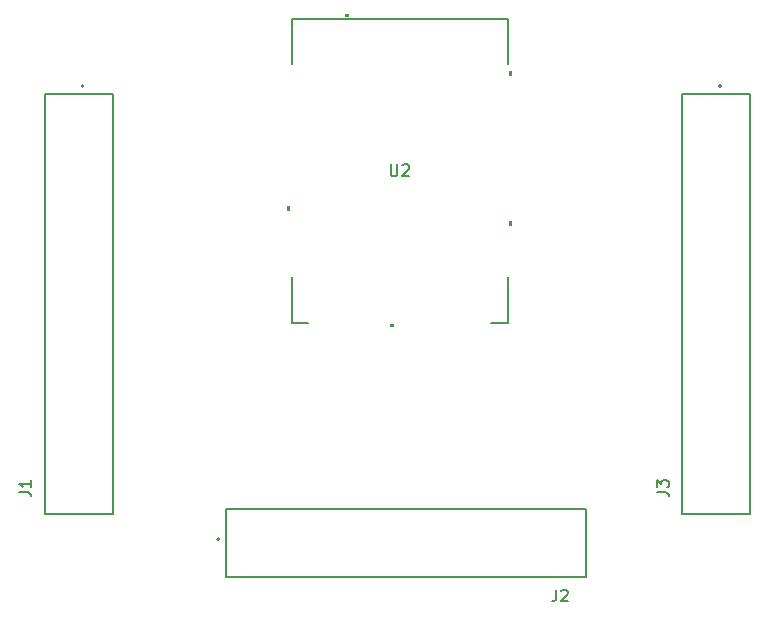
<source format=gto>
G04 #@! TF.GenerationSoftware,KiCad,Pcbnew,8.0.0*
G04 #@! TF.CreationDate,2024-03-04T18:12:50-06:00*
G04 #@! TF.ProjectId,MicrocontrollerTestBoard,4d696372-6f63-46f6-9e74-726f6c6c6572,rev?*
G04 #@! TF.SameCoordinates,Original*
G04 #@! TF.FileFunction,Legend,Top*
G04 #@! TF.FilePolarity,Positive*
%FSLAX46Y46*%
G04 Gerber Fmt 4.6, Leading zero omitted, Abs format (unit mm)*
G04 Created by KiCad (PCBNEW 8.0.0) date 2024-03-04 18:12:50*
%MOMM*%
%LPD*%
G01*
G04 APERTURE LIST*
%ADD10C,0.150000*%
%ADD11C,0.127000*%
%ADD12C,0.200000*%
%ADD13C,0.152400*%
%ADD14C,0.000000*%
G04 APERTURE END LIST*
D10*
X164690666Y-115516819D02*
X164690666Y-116231104D01*
X164690666Y-116231104D02*
X164643047Y-116373961D01*
X164643047Y-116373961D02*
X164547809Y-116469200D01*
X164547809Y-116469200D02*
X164404952Y-116516819D01*
X164404952Y-116516819D02*
X164309714Y-116516819D01*
X165119238Y-115612057D02*
X165166857Y-115564438D01*
X165166857Y-115564438D02*
X165262095Y-115516819D01*
X165262095Y-115516819D02*
X165500190Y-115516819D01*
X165500190Y-115516819D02*
X165595428Y-115564438D01*
X165595428Y-115564438D02*
X165643047Y-115612057D01*
X165643047Y-115612057D02*
X165690666Y-115707295D01*
X165690666Y-115707295D02*
X165690666Y-115802533D01*
X165690666Y-115802533D02*
X165643047Y-115945390D01*
X165643047Y-115945390D02*
X165071619Y-116516819D01*
X165071619Y-116516819D02*
X165690666Y-116516819D01*
X173201819Y-107251333D02*
X173916104Y-107251333D01*
X173916104Y-107251333D02*
X174058961Y-107298952D01*
X174058961Y-107298952D02*
X174154200Y-107394190D01*
X174154200Y-107394190D02*
X174201819Y-107537047D01*
X174201819Y-107537047D02*
X174201819Y-107632285D01*
X173201819Y-106870380D02*
X173201819Y-106251333D01*
X173201819Y-106251333D02*
X173582771Y-106584666D01*
X173582771Y-106584666D02*
X173582771Y-106441809D01*
X173582771Y-106441809D02*
X173630390Y-106346571D01*
X173630390Y-106346571D02*
X173678009Y-106298952D01*
X173678009Y-106298952D02*
X173773247Y-106251333D01*
X173773247Y-106251333D02*
X174011342Y-106251333D01*
X174011342Y-106251333D02*
X174106580Y-106298952D01*
X174106580Y-106298952D02*
X174154200Y-106346571D01*
X174154200Y-106346571D02*
X174201819Y-106441809D01*
X174201819Y-106441809D02*
X174201819Y-106727523D01*
X174201819Y-106727523D02*
X174154200Y-106822761D01*
X174154200Y-106822761D02*
X174106580Y-106870380D01*
X150677195Y-79511519D02*
X150677195Y-80321042D01*
X150677195Y-80321042D02*
X150724814Y-80416280D01*
X150724814Y-80416280D02*
X150772433Y-80463900D01*
X150772433Y-80463900D02*
X150867671Y-80511519D01*
X150867671Y-80511519D02*
X151058147Y-80511519D01*
X151058147Y-80511519D02*
X151153385Y-80463900D01*
X151153385Y-80463900D02*
X151201004Y-80416280D01*
X151201004Y-80416280D02*
X151248623Y-80321042D01*
X151248623Y-80321042D02*
X151248623Y-79511519D01*
X151677195Y-79606757D02*
X151724814Y-79559138D01*
X151724814Y-79559138D02*
X151820052Y-79511519D01*
X151820052Y-79511519D02*
X152058147Y-79511519D01*
X152058147Y-79511519D02*
X152153385Y-79559138D01*
X152153385Y-79559138D02*
X152201004Y-79606757D01*
X152201004Y-79606757D02*
X152248623Y-79701995D01*
X152248623Y-79701995D02*
X152248623Y-79797233D01*
X152248623Y-79797233D02*
X152201004Y-79940090D01*
X152201004Y-79940090D02*
X151629576Y-80511519D01*
X151629576Y-80511519D02*
X152248623Y-80511519D01*
X119226819Y-107251333D02*
X119941104Y-107251333D01*
X119941104Y-107251333D02*
X120083961Y-107298952D01*
X120083961Y-107298952D02*
X120179200Y-107394190D01*
X120179200Y-107394190D02*
X120226819Y-107537047D01*
X120226819Y-107537047D02*
X120226819Y-107632285D01*
X120226819Y-106251333D02*
X120226819Y-106822761D01*
X120226819Y-106537047D02*
X119226819Y-106537047D01*
X119226819Y-106537047D02*
X119369676Y-106632285D01*
X119369676Y-106632285D02*
X119464914Y-106727523D01*
X119464914Y-106727523D02*
X119512533Y-106822761D01*
D11*
X136719000Y-108707000D02*
X167199000Y-108707000D01*
X136719000Y-114427000D02*
X136719000Y-108707000D01*
X136719000Y-114427000D02*
X167199000Y-114427000D01*
X167199000Y-108707000D02*
X167199000Y-114427000D01*
D12*
X136169000Y-111247000D02*
G75*
G02*
X135969000Y-111247000I-100000J0D01*
G01*
X135969000Y-111247000D02*
G75*
G02*
X136169000Y-111247000I100000J0D01*
G01*
D11*
X175382000Y-73533000D02*
X175382000Y-109093000D01*
X175382000Y-73533000D02*
X181102000Y-73533000D01*
X181102000Y-73533000D02*
X181102000Y-109093000D01*
X181102000Y-109093000D02*
X175382000Y-109093000D01*
D12*
X178662000Y-72883000D02*
G75*
G02*
X178462000Y-72883000I-100000J0D01*
G01*
X178462000Y-72883000D02*
G75*
G02*
X178662000Y-72883000I100000J0D01*
G01*
D13*
X142307800Y-67178900D02*
X142307800Y-71051461D01*
X142307800Y-89061939D02*
X142307800Y-92934500D01*
X142307800Y-92934500D02*
X143702382Y-92934500D01*
X159175818Y-92934500D02*
X160570400Y-92934500D01*
X160570400Y-67178900D02*
X142307800Y-67178900D01*
X160570400Y-71051461D02*
X160570400Y-67178900D01*
X160570400Y-92934500D02*
X160570400Y-89061939D01*
D14*
G36*
X142185100Y-83422200D02*
G01*
X141931100Y-83422200D01*
X141931100Y-83041200D01*
X142185100Y-83041200D01*
X142185100Y-83422200D01*
G37*
G36*
X147184600Y-67052700D02*
G01*
X146803600Y-67052700D01*
X146803600Y-66798700D01*
X147184600Y-66798700D01*
X147184600Y-67052700D01*
G37*
G36*
X150994600Y-93314700D02*
G01*
X150613600Y-93314700D01*
X150613600Y-93060700D01*
X150994600Y-93060700D01*
X150994600Y-93314700D01*
G37*
G36*
X160947100Y-71992200D02*
G01*
X160693100Y-71992200D01*
X160693100Y-71611200D01*
X160947100Y-71611200D01*
X160947100Y-71992200D01*
G37*
G36*
X160947100Y-84692200D02*
G01*
X160693100Y-84692200D01*
X160693100Y-84311200D01*
X160947100Y-84311200D01*
X160947100Y-84692200D01*
G37*
D11*
X121407000Y-73533000D02*
X121407000Y-109093000D01*
X121407000Y-73533000D02*
X127127000Y-73533000D01*
X127127000Y-73533000D02*
X127127000Y-109093000D01*
X127127000Y-109093000D02*
X121407000Y-109093000D01*
D12*
X124687000Y-72883000D02*
G75*
G02*
X124487000Y-72883000I-100000J0D01*
G01*
X124487000Y-72883000D02*
G75*
G02*
X124687000Y-72883000I100000J0D01*
G01*
M02*

</source>
